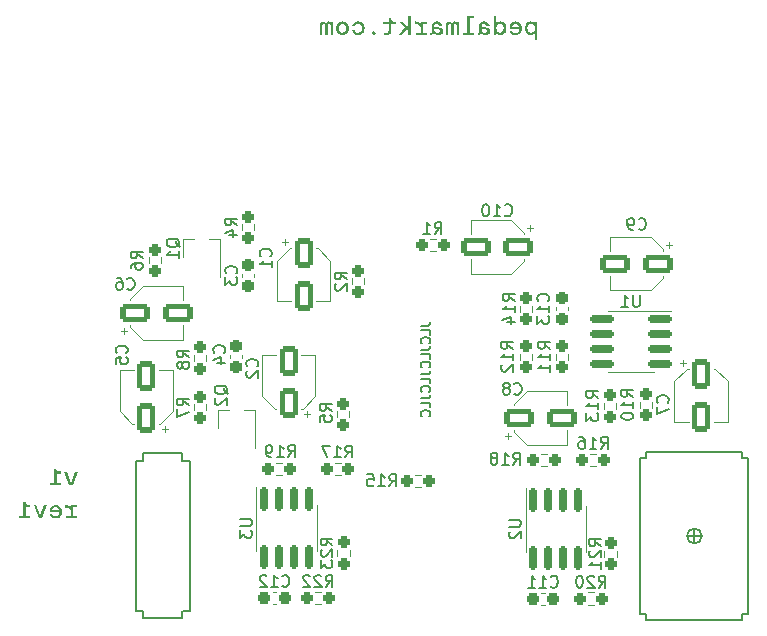
<source format=gbr>
%TF.GenerationSoftware,KiCad,Pcbnew,(6.0.9-0)*%
%TF.CreationDate,2024-05-22T19:49:44+02:00*%
%TF.ProjectId,io-board,696f2d62-6f61-4726-942e-6b696361645f,rev?*%
%TF.SameCoordinates,Original*%
%TF.FileFunction,Legend,Bot*%
%TF.FilePolarity,Positive*%
%FSLAX46Y46*%
G04 Gerber Fmt 4.6, Leading zero omitted, Abs format (unit mm)*
G04 Created by KiCad (PCBNEW (6.0.9-0)) date 2024-05-22 19:49:44*
%MOMM*%
%LPD*%
G01*
G04 APERTURE LIST*
G04 Aperture macros list*
%AMRoundRect*
0 Rectangle with rounded corners*
0 $1 Rounding radius*
0 $2 $3 $4 $5 $6 $7 $8 $9 X,Y pos of 4 corners*
0 Add a 4 corners polygon primitive as box body*
4,1,4,$2,$3,$4,$5,$6,$7,$8,$9,$2,$3,0*
0 Add four circle primitives for the rounded corners*
1,1,$1+$1,$2,$3*
1,1,$1+$1,$4,$5*
1,1,$1+$1,$6,$7*
1,1,$1+$1,$8,$9*
0 Add four rect primitives between the rounded corners*
20,1,$1+$1,$2,$3,$4,$5,0*
20,1,$1+$1,$4,$5,$6,$7,0*
20,1,$1+$1,$6,$7,$8,$9,0*
20,1,$1+$1,$8,$9,$2,$3,0*%
G04 Aperture macros list end*
%ADD10C,0.150000*%
%ADD11C,0.152400*%
%ADD12C,0.127000*%
%ADD13C,0.120000*%
%ADD14R,3.416000X3.416000*%
%ADD15O,3.416000X3.416000*%
%ADD16C,3.200000*%
%ADD17C,0.800000*%
%ADD18C,6.400000*%
%ADD19O,1.200000X2.200000*%
%ADD20O,2.200000X1.200000*%
%ADD21R,1.700000X1.700000*%
%ADD22O,1.700000X1.700000*%
%ADD23R,4.600000X2.000000*%
%ADD24O,4.200000X2.000000*%
%ADD25O,2.000000X4.200000*%
%ADD26O,2.700000X5.400000*%
%ADD27R,1.800000X1.800000*%
%ADD28C,1.800000*%
%ADD29R,0.800000X1.900000*%
%ADD30RoundRect,0.237500X0.250000X0.237500X-0.250000X0.237500X-0.250000X-0.237500X0.250000X-0.237500X0*%
%ADD31RoundRect,0.237500X0.237500X-0.250000X0.237500X0.250000X-0.237500X0.250000X-0.237500X-0.250000X0*%
%ADD32RoundRect,0.150000X0.825000X0.150000X-0.825000X0.150000X-0.825000X-0.150000X0.825000X-0.150000X0*%
%ADD33RoundRect,0.237500X-0.237500X0.250000X-0.237500X-0.250000X0.237500X-0.250000X0.237500X0.250000X0*%
%ADD34RoundRect,0.250000X0.550000X-1.050000X0.550000X1.050000X-0.550000X1.050000X-0.550000X-1.050000X0*%
%ADD35RoundRect,0.237500X-0.250000X-0.237500X0.250000X-0.237500X0.250000X0.237500X-0.250000X0.237500X0*%
%ADD36RoundRect,0.237500X-0.237500X0.300000X-0.237500X-0.300000X0.237500X-0.300000X0.237500X0.300000X0*%
%ADD37RoundRect,0.250000X-0.550000X1.050000X-0.550000X-1.050000X0.550000X-1.050000X0.550000X1.050000X0*%
%ADD38RoundRect,0.237500X-0.300000X-0.237500X0.300000X-0.237500X0.300000X0.237500X-0.300000X0.237500X0*%
%ADD39RoundRect,0.150000X-0.150000X0.825000X-0.150000X-0.825000X0.150000X-0.825000X0.150000X0.825000X0*%
%ADD40RoundRect,0.250000X-1.050000X-0.550000X1.050000X-0.550000X1.050000X0.550000X-1.050000X0.550000X0*%
%ADD41RoundRect,0.250000X1.050000X0.550000X-1.050000X0.550000X-1.050000X-0.550000X1.050000X-0.550000X0*%
%ADD42RoundRect,0.237500X0.237500X-0.300000X0.237500X0.300000X-0.237500X0.300000X-0.237500X-0.300000X0*%
G04 APERTURE END LIST*
D10*
X96843904Y-86982761D02*
X97415333Y-86982761D01*
X97529619Y-86944666D01*
X97605809Y-86868476D01*
X97643904Y-86754190D01*
X97643904Y-86678000D01*
X97643904Y-87744666D02*
X97643904Y-87363714D01*
X96843904Y-87363714D01*
X97567714Y-88468476D02*
X97605809Y-88430380D01*
X97643904Y-88316095D01*
X97643904Y-88239904D01*
X97605809Y-88125619D01*
X97529619Y-88049428D01*
X97453428Y-88011333D01*
X97301047Y-87973238D01*
X97186761Y-87973238D01*
X97034380Y-88011333D01*
X96958190Y-88049428D01*
X96882000Y-88125619D01*
X96843904Y-88239904D01*
X96843904Y-88316095D01*
X96882000Y-88430380D01*
X96920095Y-88468476D01*
X96843904Y-89039904D02*
X97415333Y-89039904D01*
X97529619Y-89001809D01*
X97605809Y-88925619D01*
X97643904Y-88811333D01*
X97643904Y-88735142D01*
X97643904Y-89801809D02*
X97643904Y-89420857D01*
X96843904Y-89420857D01*
X97567714Y-90525619D02*
X97605809Y-90487523D01*
X97643904Y-90373238D01*
X97643904Y-90297047D01*
X97605809Y-90182761D01*
X97529619Y-90106571D01*
X97453428Y-90068476D01*
X97301047Y-90030380D01*
X97186761Y-90030380D01*
X97034380Y-90068476D01*
X96958190Y-90106571D01*
X96882000Y-90182761D01*
X96843904Y-90297047D01*
X96843904Y-90373238D01*
X96882000Y-90487523D01*
X96920095Y-90525619D01*
X96843904Y-91097047D02*
X97415333Y-91097047D01*
X97529619Y-91058952D01*
X97605809Y-90982761D01*
X97643904Y-90868476D01*
X97643904Y-90792285D01*
X97643904Y-91858952D02*
X97643904Y-91478000D01*
X96843904Y-91478000D01*
X97567714Y-92582761D02*
X97605809Y-92544666D01*
X97643904Y-92430380D01*
X97643904Y-92354190D01*
X97605809Y-92239904D01*
X97529619Y-92163714D01*
X97453428Y-92125619D01*
X97301047Y-92087523D01*
X97186761Y-92087523D01*
X97034380Y-92125619D01*
X96958190Y-92163714D01*
X96882000Y-92239904D01*
X96843904Y-92354190D01*
X96843904Y-92430380D01*
X96882000Y-92544666D01*
X96920095Y-92582761D01*
X96843904Y-93154190D02*
X97415333Y-93154190D01*
X97529619Y-93116095D01*
X97605809Y-93039904D01*
X97643904Y-92925619D01*
X97643904Y-92849428D01*
X97643904Y-93916095D02*
X97643904Y-93535142D01*
X96843904Y-93535142D01*
X97567714Y-94639904D02*
X97605809Y-94601809D01*
X97643904Y-94487523D01*
X97643904Y-94411333D01*
X97605809Y-94297047D01*
X97529619Y-94220857D01*
X97453428Y-94182761D01*
X97301047Y-94144666D01*
X97186761Y-94144666D01*
X97034380Y-94182761D01*
X96958190Y-94220857D01*
X96882000Y-94297047D01*
X96843904Y-94411333D01*
X96843904Y-94487523D01*
X96882000Y-94601809D01*
X96920095Y-94639904D01*
%TO.C,Q1*%
X76422619Y-80351761D02*
X76375000Y-80256523D01*
X76279761Y-80161285D01*
X76136904Y-80018428D01*
X76089285Y-79923190D01*
X76089285Y-79827952D01*
X76327380Y-79875571D02*
X76279761Y-79780333D01*
X76184523Y-79685095D01*
X75994047Y-79637476D01*
X75660714Y-79637476D01*
X75470238Y-79685095D01*
X75375000Y-79780333D01*
X75327380Y-79875571D01*
X75327380Y-80066047D01*
X75375000Y-80161285D01*
X75470238Y-80256523D01*
X75660714Y-80304142D01*
X75994047Y-80304142D01*
X76184523Y-80256523D01*
X76279761Y-80161285D01*
X76327380Y-80066047D01*
X76327380Y-79875571D01*
X76327380Y-81256523D02*
X76327380Y-80685095D01*
X76327380Y-80970809D02*
X75327380Y-80970809D01*
X75470238Y-80875571D01*
X75565476Y-80780333D01*
X75613095Y-80685095D01*
%TO.C,R15*%
X94170857Y-100584380D02*
X94504190Y-100108190D01*
X94742285Y-100584380D02*
X94742285Y-99584380D01*
X94361333Y-99584380D01*
X94266095Y-99632000D01*
X94218476Y-99679619D01*
X94170857Y-99774857D01*
X94170857Y-99917714D01*
X94218476Y-100012952D01*
X94266095Y-100060571D01*
X94361333Y-100108190D01*
X94742285Y-100108190D01*
X93218476Y-100584380D02*
X93789904Y-100584380D01*
X93504190Y-100584380D02*
X93504190Y-99584380D01*
X93599428Y-99727238D01*
X93694666Y-99822476D01*
X93789904Y-99870095D01*
X92313714Y-99584380D02*
X92789904Y-99584380D01*
X92837523Y-100060571D01*
X92789904Y-100012952D01*
X92694666Y-99965333D01*
X92456571Y-99965333D01*
X92361333Y-100012952D01*
X92313714Y-100060571D01*
X92266095Y-100155809D01*
X92266095Y-100393904D01*
X92313714Y-100489142D01*
X92361333Y-100536761D01*
X92456571Y-100584380D01*
X92694666Y-100584380D01*
X92789904Y-100536761D01*
X92837523Y-100489142D01*
%TO.C,R6*%
X73279380Y-81296333D02*
X72803190Y-80963000D01*
X73279380Y-80724904D02*
X72279380Y-80724904D01*
X72279380Y-81105857D01*
X72327000Y-81201095D01*
X72374619Y-81248714D01*
X72469857Y-81296333D01*
X72612714Y-81296333D01*
X72707952Y-81248714D01*
X72755571Y-81201095D01*
X72803190Y-81105857D01*
X72803190Y-80724904D01*
X72279380Y-82153476D02*
X72279380Y-81963000D01*
X72327000Y-81867761D01*
X72374619Y-81820142D01*
X72517476Y-81724904D01*
X72707952Y-81677285D01*
X73088904Y-81677285D01*
X73184142Y-81724904D01*
X73231761Y-81772523D01*
X73279380Y-81867761D01*
X73279380Y-82058238D01*
X73231761Y-82153476D01*
X73184142Y-82201095D01*
X73088904Y-82248714D01*
X72850809Y-82248714D01*
X72755571Y-82201095D01*
X72707952Y-82153476D01*
X72660333Y-82058238D01*
X72660333Y-81867761D01*
X72707952Y-81772523D01*
X72755571Y-81724904D01*
X72850809Y-81677285D01*
%TO.C,U1*%
X115371904Y-84396880D02*
X115371904Y-85206404D01*
X115324285Y-85301642D01*
X115276666Y-85349261D01*
X115181428Y-85396880D01*
X114990952Y-85396880D01*
X114895714Y-85349261D01*
X114848095Y-85301642D01*
X114800476Y-85206404D01*
X114800476Y-84396880D01*
X113800476Y-85396880D02*
X114371904Y-85396880D01*
X114086190Y-85396880D02*
X114086190Y-84396880D01*
X114181428Y-84539738D01*
X114276666Y-84634976D01*
X114371904Y-84682595D01*
%TO.C,Q2*%
X80486619Y-92797761D02*
X80439000Y-92702523D01*
X80343761Y-92607285D01*
X80200904Y-92464428D01*
X80153285Y-92369190D01*
X80153285Y-92273952D01*
X80391380Y-92321571D02*
X80343761Y-92226333D01*
X80248523Y-92131095D01*
X80058047Y-92083476D01*
X79724714Y-92083476D01*
X79534238Y-92131095D01*
X79439000Y-92226333D01*
X79391380Y-92321571D01*
X79391380Y-92512047D01*
X79439000Y-92607285D01*
X79534238Y-92702523D01*
X79724714Y-92750142D01*
X80058047Y-92750142D01*
X80248523Y-92702523D01*
X80343761Y-92607285D01*
X80391380Y-92512047D01*
X80391380Y-92321571D01*
X79486619Y-93131095D02*
X79439000Y-93178714D01*
X79391380Y-93273952D01*
X79391380Y-93512047D01*
X79439000Y-93607285D01*
X79486619Y-93654904D01*
X79581857Y-93702523D01*
X79677095Y-93702523D01*
X79819952Y-93654904D01*
X80391380Y-93083476D01*
X80391380Y-93702523D01*
%TO.C,R7*%
X77183380Y-93742333D02*
X76707190Y-93409000D01*
X77183380Y-93170904D02*
X76183380Y-93170904D01*
X76183380Y-93551857D01*
X76231000Y-93647095D01*
X76278619Y-93694714D01*
X76373857Y-93742333D01*
X76516714Y-93742333D01*
X76611952Y-93694714D01*
X76659571Y-93647095D01*
X76707190Y-93551857D01*
X76707190Y-93170904D01*
X76183380Y-94075666D02*
X76183380Y-94742333D01*
X77183380Y-94313761D01*
%TO.C,R16*%
X112077857Y-97409380D02*
X112411190Y-96933190D01*
X112649285Y-97409380D02*
X112649285Y-96409380D01*
X112268333Y-96409380D01*
X112173095Y-96457000D01*
X112125476Y-96504619D01*
X112077857Y-96599857D01*
X112077857Y-96742714D01*
X112125476Y-96837952D01*
X112173095Y-96885571D01*
X112268333Y-96933190D01*
X112649285Y-96933190D01*
X111125476Y-97409380D02*
X111696904Y-97409380D01*
X111411190Y-97409380D02*
X111411190Y-96409380D01*
X111506428Y-96552238D01*
X111601666Y-96647476D01*
X111696904Y-96695095D01*
X110268333Y-96409380D02*
X110458809Y-96409380D01*
X110554047Y-96457000D01*
X110601666Y-96504619D01*
X110696904Y-96647476D01*
X110744523Y-96837952D01*
X110744523Y-97218904D01*
X110696904Y-97314142D01*
X110649285Y-97361761D01*
X110554047Y-97409380D01*
X110363571Y-97409380D01*
X110268333Y-97361761D01*
X110220714Y-97314142D01*
X110173095Y-97218904D01*
X110173095Y-96980809D01*
X110220714Y-96885571D01*
X110268333Y-96837952D01*
X110363571Y-96790333D01*
X110554047Y-96790333D01*
X110649285Y-96837952D01*
X110696904Y-96885571D01*
X110744523Y-96980809D01*
%TO.C,C2*%
X82963142Y-90440333D02*
X83010761Y-90392714D01*
X83058380Y-90249857D01*
X83058380Y-90154619D01*
X83010761Y-90011761D01*
X82915523Y-89916523D01*
X82820285Y-89868904D01*
X82629809Y-89821285D01*
X82486952Y-89821285D01*
X82296476Y-89868904D01*
X82201238Y-89916523D01*
X82106000Y-90011761D01*
X82058380Y-90154619D01*
X82058380Y-90249857D01*
X82106000Y-90392714D01*
X82153619Y-90440333D01*
X82153619Y-90821285D02*
X82106000Y-90868904D01*
X82058380Y-90964142D01*
X82058380Y-91202238D01*
X82106000Y-91297476D01*
X82153619Y-91345095D01*
X82248857Y-91392714D01*
X82344095Y-91392714D01*
X82486952Y-91345095D01*
X83058380Y-90773666D01*
X83058380Y-91392714D01*
%TO.C,R22*%
X88780857Y-109108380D02*
X89114190Y-108632190D01*
X89352285Y-109108380D02*
X89352285Y-108108380D01*
X88971333Y-108108380D01*
X88876095Y-108156000D01*
X88828476Y-108203619D01*
X88780857Y-108298857D01*
X88780857Y-108441714D01*
X88828476Y-108536952D01*
X88876095Y-108584571D01*
X88971333Y-108632190D01*
X89352285Y-108632190D01*
X88399904Y-108203619D02*
X88352285Y-108156000D01*
X88257047Y-108108380D01*
X88018952Y-108108380D01*
X87923714Y-108156000D01*
X87876095Y-108203619D01*
X87828476Y-108298857D01*
X87828476Y-108394095D01*
X87876095Y-108536952D01*
X88447523Y-109108380D01*
X87828476Y-109108380D01*
X87447523Y-108203619D02*
X87399904Y-108156000D01*
X87304666Y-108108380D01*
X87066571Y-108108380D01*
X86971333Y-108156000D01*
X86923714Y-108203619D01*
X86876095Y-108298857D01*
X86876095Y-108394095D01*
X86923714Y-108536952D01*
X87495142Y-109108380D01*
X86876095Y-109108380D01*
%TO.C,C3*%
X81185142Y-82566333D02*
X81232761Y-82518714D01*
X81280380Y-82375857D01*
X81280380Y-82280619D01*
X81232761Y-82137761D01*
X81137523Y-82042523D01*
X81042285Y-81994904D01*
X80851809Y-81947285D01*
X80708952Y-81947285D01*
X80518476Y-81994904D01*
X80423238Y-82042523D01*
X80328000Y-82137761D01*
X80280380Y-82280619D01*
X80280380Y-82375857D01*
X80328000Y-82518714D01*
X80375619Y-82566333D01*
X80280380Y-82899666D02*
X80280380Y-83518714D01*
X80661333Y-83185380D01*
X80661333Y-83328238D01*
X80708952Y-83423476D01*
X80756571Y-83471095D01*
X80851809Y-83518714D01*
X81089904Y-83518714D01*
X81185142Y-83471095D01*
X81232761Y-83423476D01*
X81280380Y-83328238D01*
X81280380Y-83042523D01*
X81232761Y-82947285D01*
X81185142Y-82899666D01*
%TO.C,C5*%
X71914142Y-89297333D02*
X71961761Y-89249714D01*
X72009380Y-89106857D01*
X72009380Y-89011619D01*
X71961761Y-88868761D01*
X71866523Y-88773523D01*
X71771285Y-88725904D01*
X71580809Y-88678285D01*
X71437952Y-88678285D01*
X71247476Y-88725904D01*
X71152238Y-88773523D01*
X71057000Y-88868761D01*
X71009380Y-89011619D01*
X71009380Y-89106857D01*
X71057000Y-89249714D01*
X71104619Y-89297333D01*
X71009380Y-90202095D02*
X71009380Y-89725904D01*
X71485571Y-89678285D01*
X71437952Y-89725904D01*
X71390333Y-89821142D01*
X71390333Y-90059238D01*
X71437952Y-90154476D01*
X71485571Y-90202095D01*
X71580809Y-90249714D01*
X71818904Y-90249714D01*
X71914142Y-90202095D01*
X71961761Y-90154476D01*
X72009380Y-90059238D01*
X72009380Y-89821142D01*
X71961761Y-89725904D01*
X71914142Y-89678285D01*
%TO.C,R12*%
X104648380Y-88971642D02*
X104172190Y-88638309D01*
X104648380Y-88400214D02*
X103648380Y-88400214D01*
X103648380Y-88781166D01*
X103696000Y-88876404D01*
X103743619Y-88924023D01*
X103838857Y-88971642D01*
X103981714Y-88971642D01*
X104076952Y-88924023D01*
X104124571Y-88876404D01*
X104172190Y-88781166D01*
X104172190Y-88400214D01*
X104648380Y-89924023D02*
X104648380Y-89352595D01*
X104648380Y-89638309D02*
X103648380Y-89638309D01*
X103791238Y-89543071D01*
X103886476Y-89447833D01*
X103934095Y-89352595D01*
X103743619Y-90304976D02*
X103696000Y-90352595D01*
X103648380Y-90447833D01*
X103648380Y-90685928D01*
X103696000Y-90781166D01*
X103743619Y-90828785D01*
X103838857Y-90876404D01*
X103934095Y-90876404D01*
X104076952Y-90828785D01*
X104648380Y-90257357D01*
X104648380Y-90876404D01*
%TO.C,C1*%
X84106142Y-81113333D02*
X84153761Y-81065714D01*
X84201380Y-80922857D01*
X84201380Y-80827619D01*
X84153761Y-80684761D01*
X84058523Y-80589523D01*
X83963285Y-80541904D01*
X83772809Y-80494285D01*
X83629952Y-80494285D01*
X83439476Y-80541904D01*
X83344238Y-80589523D01*
X83249000Y-80684761D01*
X83201380Y-80827619D01*
X83201380Y-80922857D01*
X83249000Y-81065714D01*
X83296619Y-81113333D01*
X84201380Y-82065714D02*
X84201380Y-81494285D01*
X84201380Y-81780000D02*
X83201380Y-81780000D01*
X83344238Y-81684761D01*
X83439476Y-81589523D01*
X83487095Y-81494285D01*
%TO.C,R20*%
X111894857Y-109164380D02*
X112228190Y-108688190D01*
X112466285Y-109164380D02*
X112466285Y-108164380D01*
X112085333Y-108164380D01*
X111990095Y-108212000D01*
X111942476Y-108259619D01*
X111894857Y-108354857D01*
X111894857Y-108497714D01*
X111942476Y-108592952D01*
X111990095Y-108640571D01*
X112085333Y-108688190D01*
X112466285Y-108688190D01*
X111513904Y-108259619D02*
X111466285Y-108212000D01*
X111371047Y-108164380D01*
X111132952Y-108164380D01*
X111037714Y-108212000D01*
X110990095Y-108259619D01*
X110942476Y-108354857D01*
X110942476Y-108450095D01*
X110990095Y-108592952D01*
X111561523Y-109164380D01*
X110942476Y-109164380D01*
X110323428Y-108164380D02*
X110228190Y-108164380D01*
X110132952Y-108212000D01*
X110085333Y-108259619D01*
X110037714Y-108354857D01*
X109990095Y-108545333D01*
X109990095Y-108783428D01*
X110037714Y-108973904D01*
X110085333Y-109069142D01*
X110132952Y-109116761D01*
X110228190Y-109164380D01*
X110323428Y-109164380D01*
X110418666Y-109116761D01*
X110466285Y-109069142D01*
X110513904Y-108973904D01*
X110561523Y-108783428D01*
X110561523Y-108545333D01*
X110513904Y-108354857D01*
X110466285Y-108259619D01*
X110418666Y-108212000D01*
X110323428Y-108164380D01*
%TO.C,C11*%
X107830857Y-109069142D02*
X107878476Y-109116761D01*
X108021333Y-109164380D01*
X108116571Y-109164380D01*
X108259428Y-109116761D01*
X108354666Y-109021523D01*
X108402285Y-108926285D01*
X108449904Y-108735809D01*
X108449904Y-108592952D01*
X108402285Y-108402476D01*
X108354666Y-108307238D01*
X108259428Y-108212000D01*
X108116571Y-108164380D01*
X108021333Y-108164380D01*
X107878476Y-108212000D01*
X107830857Y-108259619D01*
X106878476Y-109164380D02*
X107449904Y-109164380D01*
X107164190Y-109164380D02*
X107164190Y-108164380D01*
X107259428Y-108307238D01*
X107354666Y-108402476D01*
X107449904Y-108450095D01*
X105926095Y-109164380D02*
X106497523Y-109164380D01*
X106211809Y-109164380D02*
X106211809Y-108164380D01*
X106307047Y-108307238D01*
X106402285Y-108402476D01*
X106497523Y-108450095D01*
%TO.C,R17*%
X90431857Y-98153380D02*
X90765190Y-97677190D01*
X91003285Y-98153380D02*
X91003285Y-97153380D01*
X90622333Y-97153380D01*
X90527095Y-97201000D01*
X90479476Y-97248619D01*
X90431857Y-97343857D01*
X90431857Y-97486714D01*
X90479476Y-97581952D01*
X90527095Y-97629571D01*
X90622333Y-97677190D01*
X91003285Y-97677190D01*
X89479476Y-98153380D02*
X90050904Y-98153380D01*
X89765190Y-98153380D02*
X89765190Y-97153380D01*
X89860428Y-97296238D01*
X89955666Y-97391476D01*
X90050904Y-97439095D01*
X89146142Y-97153380D02*
X88479476Y-97153380D01*
X88908047Y-98153380D01*
%TO.C,C7*%
X117727142Y-93511833D02*
X117774761Y-93464214D01*
X117822380Y-93321357D01*
X117822380Y-93226119D01*
X117774761Y-93083261D01*
X117679523Y-92988023D01*
X117584285Y-92940404D01*
X117393809Y-92892785D01*
X117250952Y-92892785D01*
X117060476Y-92940404D01*
X116965238Y-92988023D01*
X116870000Y-93083261D01*
X116822380Y-93226119D01*
X116822380Y-93321357D01*
X116870000Y-93464214D01*
X116917619Y-93511833D01*
X116822380Y-93845166D02*
X116822380Y-94511833D01*
X117822380Y-94083261D01*
%TO.C,R11*%
X107790380Y-88971642D02*
X107314190Y-88638309D01*
X107790380Y-88400214D02*
X106790380Y-88400214D01*
X106790380Y-88781166D01*
X106838000Y-88876404D01*
X106885619Y-88924023D01*
X106980857Y-88971642D01*
X107123714Y-88971642D01*
X107218952Y-88924023D01*
X107266571Y-88876404D01*
X107314190Y-88781166D01*
X107314190Y-88400214D01*
X107790380Y-89924023D02*
X107790380Y-89352595D01*
X107790380Y-89638309D02*
X106790380Y-89638309D01*
X106933238Y-89543071D01*
X107028476Y-89447833D01*
X107076095Y-89352595D01*
X107790380Y-90876404D02*
X107790380Y-90304976D01*
X107790380Y-90590690D02*
X106790380Y-90590690D01*
X106933238Y-90495452D01*
X107028476Y-90400214D01*
X107076095Y-90304976D01*
%TO.C,U3*%
X81523380Y-103378095D02*
X82332904Y-103378095D01*
X82428142Y-103425714D01*
X82475761Y-103473333D01*
X82523380Y-103568571D01*
X82523380Y-103759047D01*
X82475761Y-103854285D01*
X82428142Y-103901904D01*
X82332904Y-103949523D01*
X81523380Y-103949523D01*
X81523380Y-104330476D02*
X81523380Y-104949523D01*
X81904333Y-104616190D01*
X81904333Y-104759047D01*
X81951952Y-104854285D01*
X81999571Y-104901904D01*
X82094809Y-104949523D01*
X82332904Y-104949523D01*
X82428142Y-104901904D01*
X82475761Y-104854285D01*
X82523380Y-104759047D01*
X82523380Y-104473333D01*
X82475761Y-104378095D01*
X82428142Y-104330476D01*
%TO.C,R2*%
X90551380Y-83074333D02*
X90075190Y-82741000D01*
X90551380Y-82502904D02*
X89551380Y-82502904D01*
X89551380Y-82883857D01*
X89599000Y-82979095D01*
X89646619Y-83026714D01*
X89741857Y-83074333D01*
X89884714Y-83074333D01*
X89979952Y-83026714D01*
X90027571Y-82979095D01*
X90075190Y-82883857D01*
X90075190Y-82502904D01*
X89646619Y-83455285D02*
X89599000Y-83502904D01*
X89551380Y-83598142D01*
X89551380Y-83836238D01*
X89599000Y-83931476D01*
X89646619Y-83979095D01*
X89741857Y-84026714D01*
X89837095Y-84026714D01*
X89979952Y-83979095D01*
X90551380Y-83407666D01*
X90551380Y-84026714D01*
%TO.C,R19*%
X85605857Y-98115380D02*
X85939190Y-97639190D01*
X86177285Y-98115380D02*
X86177285Y-97115380D01*
X85796333Y-97115380D01*
X85701095Y-97163000D01*
X85653476Y-97210619D01*
X85605857Y-97305857D01*
X85605857Y-97448714D01*
X85653476Y-97543952D01*
X85701095Y-97591571D01*
X85796333Y-97639190D01*
X86177285Y-97639190D01*
X84653476Y-98115380D02*
X85224904Y-98115380D01*
X84939190Y-98115380D02*
X84939190Y-97115380D01*
X85034428Y-97258238D01*
X85129666Y-97353476D01*
X85224904Y-97401095D01*
X84177285Y-98115380D02*
X83986809Y-98115380D01*
X83891571Y-98067761D01*
X83843952Y-98020142D01*
X83748714Y-97877285D01*
X83701095Y-97686809D01*
X83701095Y-97305857D01*
X83748714Y-97210619D01*
X83796333Y-97163000D01*
X83891571Y-97115380D01*
X84082047Y-97115380D01*
X84177285Y-97163000D01*
X84224904Y-97210619D01*
X84272523Y-97305857D01*
X84272523Y-97543952D01*
X84224904Y-97639190D01*
X84177285Y-97686809D01*
X84082047Y-97734428D01*
X83891571Y-97734428D01*
X83796333Y-97686809D01*
X83748714Y-97639190D01*
X83701095Y-97543952D01*
%TO.C,R4*%
X81280380Y-78502333D02*
X80804190Y-78169000D01*
X81280380Y-77930904D02*
X80280380Y-77930904D01*
X80280380Y-78311857D01*
X80328000Y-78407095D01*
X80375619Y-78454714D01*
X80470857Y-78502333D01*
X80613714Y-78502333D01*
X80708952Y-78454714D01*
X80756571Y-78407095D01*
X80804190Y-78311857D01*
X80804190Y-77930904D01*
X80613714Y-79359476D02*
X81280380Y-79359476D01*
X80232761Y-79121380D02*
X80947047Y-78883285D01*
X80947047Y-79502333D01*
%TO.C,C12*%
X85097857Y-109013142D02*
X85145476Y-109060761D01*
X85288333Y-109108380D01*
X85383571Y-109108380D01*
X85526428Y-109060761D01*
X85621666Y-108965523D01*
X85669285Y-108870285D01*
X85716904Y-108679809D01*
X85716904Y-108536952D01*
X85669285Y-108346476D01*
X85621666Y-108251238D01*
X85526428Y-108156000D01*
X85383571Y-108108380D01*
X85288333Y-108108380D01*
X85145476Y-108156000D01*
X85097857Y-108203619D01*
X84145476Y-109108380D02*
X84716904Y-109108380D01*
X84431190Y-109108380D02*
X84431190Y-108108380D01*
X84526428Y-108251238D01*
X84621666Y-108346476D01*
X84716904Y-108394095D01*
X83764523Y-108203619D02*
X83716904Y-108156000D01*
X83621666Y-108108380D01*
X83383571Y-108108380D01*
X83288333Y-108156000D01*
X83240714Y-108203619D01*
X83193095Y-108298857D01*
X83193095Y-108394095D01*
X83240714Y-108536952D01*
X83812142Y-109108380D01*
X83193095Y-109108380D01*
%TO.C,C8*%
X104743666Y-92742142D02*
X104791285Y-92789761D01*
X104934142Y-92837380D01*
X105029380Y-92837380D01*
X105172238Y-92789761D01*
X105267476Y-92694523D01*
X105315095Y-92599285D01*
X105362714Y-92408809D01*
X105362714Y-92265952D01*
X105315095Y-92075476D01*
X105267476Y-91980238D01*
X105172238Y-91885000D01*
X105029380Y-91837380D01*
X104934142Y-91837380D01*
X104791285Y-91885000D01*
X104743666Y-91932619D01*
X104172238Y-92265952D02*
X104267476Y-92218333D01*
X104315095Y-92170714D01*
X104362714Y-92075476D01*
X104362714Y-92027857D01*
X104315095Y-91932619D01*
X104267476Y-91885000D01*
X104172238Y-91837380D01*
X103981761Y-91837380D01*
X103886523Y-91885000D01*
X103838904Y-91932619D01*
X103791285Y-92027857D01*
X103791285Y-92075476D01*
X103838904Y-92170714D01*
X103886523Y-92218333D01*
X103981761Y-92265952D01*
X104172238Y-92265952D01*
X104267476Y-92313571D01*
X104315095Y-92361190D01*
X104362714Y-92456428D01*
X104362714Y-92646904D01*
X104315095Y-92742142D01*
X104267476Y-92789761D01*
X104172238Y-92837380D01*
X103981761Y-92837380D01*
X103886523Y-92789761D01*
X103838904Y-92742142D01*
X103791285Y-92646904D01*
X103791285Y-92456428D01*
X103838904Y-92361190D01*
X103886523Y-92313571D01*
X103981761Y-92265952D01*
%TO.C,C10*%
X103949857Y-77629142D02*
X103997476Y-77676761D01*
X104140333Y-77724380D01*
X104235571Y-77724380D01*
X104378428Y-77676761D01*
X104473666Y-77581523D01*
X104521285Y-77486285D01*
X104568904Y-77295809D01*
X104568904Y-77152952D01*
X104521285Y-76962476D01*
X104473666Y-76867238D01*
X104378428Y-76772000D01*
X104235571Y-76724380D01*
X104140333Y-76724380D01*
X103997476Y-76772000D01*
X103949857Y-76819619D01*
X102997476Y-77724380D02*
X103568904Y-77724380D01*
X103283190Y-77724380D02*
X103283190Y-76724380D01*
X103378428Y-76867238D01*
X103473666Y-76962476D01*
X103568904Y-77010095D01*
X102378428Y-76724380D02*
X102283190Y-76724380D01*
X102187952Y-76772000D01*
X102140333Y-76819619D01*
X102092714Y-76914857D01*
X102045095Y-77105333D01*
X102045095Y-77343428D01*
X102092714Y-77533904D01*
X102140333Y-77629142D01*
X102187952Y-77676761D01*
X102283190Y-77724380D01*
X102378428Y-77724380D01*
X102473666Y-77676761D01*
X102521285Y-77629142D01*
X102568904Y-77533904D01*
X102616523Y-77343428D01*
X102616523Y-77105333D01*
X102568904Y-76914857D01*
X102521285Y-76819619D01*
X102473666Y-76772000D01*
X102378428Y-76724380D01*
%TO.C,C4*%
X80169142Y-89278066D02*
X80216761Y-89230447D01*
X80264380Y-89087590D01*
X80264380Y-88992352D01*
X80216761Y-88849494D01*
X80121523Y-88754256D01*
X80026285Y-88706637D01*
X79835809Y-88659018D01*
X79692952Y-88659018D01*
X79502476Y-88706637D01*
X79407238Y-88754256D01*
X79312000Y-88849494D01*
X79264380Y-88992352D01*
X79264380Y-89087590D01*
X79312000Y-89230447D01*
X79359619Y-89278066D01*
X79597714Y-90135209D02*
X80264380Y-90135209D01*
X79216761Y-89897113D02*
X79931047Y-89659018D01*
X79931047Y-90278066D01*
%TO.C,R8*%
X77216380Y-89678333D02*
X76740190Y-89345000D01*
X77216380Y-89106904D02*
X76216380Y-89106904D01*
X76216380Y-89487857D01*
X76264000Y-89583095D01*
X76311619Y-89630714D01*
X76406857Y-89678333D01*
X76549714Y-89678333D01*
X76644952Y-89630714D01*
X76692571Y-89583095D01*
X76740190Y-89487857D01*
X76740190Y-89106904D01*
X76644952Y-90249761D02*
X76597333Y-90154523D01*
X76549714Y-90106904D01*
X76454476Y-90059285D01*
X76406857Y-90059285D01*
X76311619Y-90106904D01*
X76264000Y-90154523D01*
X76216380Y-90249761D01*
X76216380Y-90440238D01*
X76264000Y-90535476D01*
X76311619Y-90583095D01*
X76406857Y-90630714D01*
X76454476Y-90630714D01*
X76549714Y-90583095D01*
X76597333Y-90535476D01*
X76644952Y-90440238D01*
X76644952Y-90249761D01*
X76692571Y-90154523D01*
X76740190Y-90106904D01*
X76835428Y-90059285D01*
X77025904Y-90059285D01*
X77121142Y-90106904D01*
X77168761Y-90154523D01*
X77216380Y-90249761D01*
X77216380Y-90440238D01*
X77168761Y-90535476D01*
X77121142Y-90583095D01*
X77025904Y-90630714D01*
X76835428Y-90630714D01*
X76740190Y-90583095D01*
X76692571Y-90535476D01*
X76644952Y-90440238D01*
%TO.C,R1*%
X98012666Y-79215380D02*
X98346000Y-78739190D01*
X98584095Y-79215380D02*
X98584095Y-78215380D01*
X98203142Y-78215380D01*
X98107904Y-78263000D01*
X98060285Y-78310619D01*
X98012666Y-78405857D01*
X98012666Y-78548714D01*
X98060285Y-78643952D01*
X98107904Y-78691571D01*
X98203142Y-78739190D01*
X98584095Y-78739190D01*
X97060285Y-79215380D02*
X97631714Y-79215380D01*
X97346000Y-79215380D02*
X97346000Y-78215380D01*
X97441238Y-78358238D01*
X97536476Y-78453476D01*
X97631714Y-78501095D01*
%TO.C,R21*%
X112085380Y-105656142D02*
X111609190Y-105322809D01*
X112085380Y-105084714D02*
X111085380Y-105084714D01*
X111085380Y-105465666D01*
X111133000Y-105560904D01*
X111180619Y-105608523D01*
X111275857Y-105656142D01*
X111418714Y-105656142D01*
X111513952Y-105608523D01*
X111561571Y-105560904D01*
X111609190Y-105465666D01*
X111609190Y-105084714D01*
X111180619Y-106037095D02*
X111133000Y-106084714D01*
X111085380Y-106179952D01*
X111085380Y-106418047D01*
X111133000Y-106513285D01*
X111180619Y-106560904D01*
X111275857Y-106608523D01*
X111371095Y-106608523D01*
X111513952Y-106560904D01*
X112085380Y-105989476D01*
X112085380Y-106608523D01*
X112085380Y-107560904D02*
X112085380Y-106989476D01*
X112085380Y-107275190D02*
X111085380Y-107275190D01*
X111228238Y-107179952D01*
X111323476Y-107084714D01*
X111371095Y-106989476D01*
%TO.C,R23*%
X89352380Y-105590142D02*
X88876190Y-105256809D01*
X89352380Y-105018714D02*
X88352380Y-105018714D01*
X88352380Y-105399666D01*
X88400000Y-105494904D01*
X88447619Y-105542523D01*
X88542857Y-105590142D01*
X88685714Y-105590142D01*
X88780952Y-105542523D01*
X88828571Y-105494904D01*
X88876190Y-105399666D01*
X88876190Y-105018714D01*
X88447619Y-105971095D02*
X88400000Y-106018714D01*
X88352380Y-106113952D01*
X88352380Y-106352047D01*
X88400000Y-106447285D01*
X88447619Y-106494904D01*
X88542857Y-106542523D01*
X88638095Y-106542523D01*
X88780952Y-106494904D01*
X89352380Y-105923476D01*
X89352380Y-106542523D01*
X88352380Y-106875857D02*
X88352380Y-107494904D01*
X88733333Y-107161571D01*
X88733333Y-107304428D01*
X88780952Y-107399666D01*
X88828571Y-107447285D01*
X88923809Y-107494904D01*
X89161904Y-107494904D01*
X89257142Y-107447285D01*
X89304761Y-107399666D01*
X89352380Y-107304428D01*
X89352380Y-107018714D01*
X89304761Y-106923476D01*
X89257142Y-106875857D01*
%TO.C,R5*%
X89281380Y-94206333D02*
X88805190Y-93873000D01*
X89281380Y-93634904D02*
X88281380Y-93634904D01*
X88281380Y-94015857D01*
X88329000Y-94111095D01*
X88376619Y-94158714D01*
X88471857Y-94206333D01*
X88614714Y-94206333D01*
X88709952Y-94158714D01*
X88757571Y-94111095D01*
X88805190Y-94015857D01*
X88805190Y-93634904D01*
X88281380Y-95111095D02*
X88281380Y-94634904D01*
X88757571Y-94587285D01*
X88709952Y-94634904D01*
X88662333Y-94730142D01*
X88662333Y-94968238D01*
X88709952Y-95063476D01*
X88757571Y-95111095D01*
X88852809Y-95158714D01*
X89090904Y-95158714D01*
X89186142Y-95111095D01*
X89233761Y-95063476D01*
X89281380Y-94968238D01*
X89281380Y-94730142D01*
X89233761Y-94634904D01*
X89186142Y-94587285D01*
%TO.C,R13*%
X111854380Y-93139142D02*
X111378190Y-92805809D01*
X111854380Y-92567714D02*
X110854380Y-92567714D01*
X110854380Y-92948666D01*
X110902000Y-93043904D01*
X110949619Y-93091523D01*
X111044857Y-93139142D01*
X111187714Y-93139142D01*
X111282952Y-93091523D01*
X111330571Y-93043904D01*
X111378190Y-92948666D01*
X111378190Y-92567714D01*
X111854380Y-94091523D02*
X111854380Y-93520095D01*
X111854380Y-93805809D02*
X110854380Y-93805809D01*
X110997238Y-93710571D01*
X111092476Y-93615333D01*
X111140095Y-93520095D01*
X110854380Y-94424857D02*
X110854380Y-95043904D01*
X111235333Y-94710571D01*
X111235333Y-94853428D01*
X111282952Y-94948666D01*
X111330571Y-94996285D01*
X111425809Y-95043904D01*
X111663904Y-95043904D01*
X111759142Y-94996285D01*
X111806761Y-94948666D01*
X111854380Y-94853428D01*
X111854380Y-94567714D01*
X111806761Y-94472476D01*
X111759142Y-94424857D01*
%TO.C,R10*%
X114808380Y-93035642D02*
X114332190Y-92702309D01*
X114808380Y-92464214D02*
X113808380Y-92464214D01*
X113808380Y-92845166D01*
X113856000Y-92940404D01*
X113903619Y-92988023D01*
X113998857Y-93035642D01*
X114141714Y-93035642D01*
X114236952Y-92988023D01*
X114284571Y-92940404D01*
X114332190Y-92845166D01*
X114332190Y-92464214D01*
X114808380Y-93988023D02*
X114808380Y-93416595D01*
X114808380Y-93702309D02*
X113808380Y-93702309D01*
X113951238Y-93607071D01*
X114046476Y-93511833D01*
X114094095Y-93416595D01*
X113808380Y-94607071D02*
X113808380Y-94702309D01*
X113856000Y-94797547D01*
X113903619Y-94845166D01*
X113998857Y-94892785D01*
X114189333Y-94940404D01*
X114427428Y-94940404D01*
X114617904Y-94892785D01*
X114713142Y-94845166D01*
X114760761Y-94797547D01*
X114808380Y-94702309D01*
X114808380Y-94607071D01*
X114760761Y-94511833D01*
X114713142Y-94464214D01*
X114617904Y-94416595D01*
X114427428Y-94368976D01*
X114189333Y-94368976D01*
X113998857Y-94416595D01*
X113903619Y-94464214D01*
X113856000Y-94511833D01*
X113808380Y-94607071D01*
%TO.C,R18*%
X104655857Y-98750380D02*
X104989190Y-98274190D01*
X105227285Y-98750380D02*
X105227285Y-97750380D01*
X104846333Y-97750380D01*
X104751095Y-97798000D01*
X104703476Y-97845619D01*
X104655857Y-97940857D01*
X104655857Y-98083714D01*
X104703476Y-98178952D01*
X104751095Y-98226571D01*
X104846333Y-98274190D01*
X105227285Y-98274190D01*
X103703476Y-98750380D02*
X104274904Y-98750380D01*
X103989190Y-98750380D02*
X103989190Y-97750380D01*
X104084428Y-97893238D01*
X104179666Y-97988476D01*
X104274904Y-98036095D01*
X103132047Y-98178952D02*
X103227285Y-98131333D01*
X103274904Y-98083714D01*
X103322523Y-97988476D01*
X103322523Y-97940857D01*
X103274904Y-97845619D01*
X103227285Y-97798000D01*
X103132047Y-97750380D01*
X102941571Y-97750380D01*
X102846333Y-97798000D01*
X102798714Y-97845619D01*
X102751095Y-97940857D01*
X102751095Y-97988476D01*
X102798714Y-98083714D01*
X102846333Y-98131333D01*
X102941571Y-98178952D01*
X103132047Y-98178952D01*
X103227285Y-98226571D01*
X103274904Y-98274190D01*
X103322523Y-98369428D01*
X103322523Y-98559904D01*
X103274904Y-98655142D01*
X103227285Y-98702761D01*
X103132047Y-98750380D01*
X102941571Y-98750380D01*
X102846333Y-98702761D01*
X102798714Y-98655142D01*
X102751095Y-98559904D01*
X102751095Y-98369428D01*
X102798714Y-98274190D01*
X102846333Y-98226571D01*
X102941571Y-98178952D01*
%TO.C,C6*%
X71977666Y-83852142D02*
X72025285Y-83899761D01*
X72168142Y-83947380D01*
X72263380Y-83947380D01*
X72406238Y-83899761D01*
X72501476Y-83804523D01*
X72549095Y-83709285D01*
X72596714Y-83518809D01*
X72596714Y-83375952D01*
X72549095Y-83185476D01*
X72501476Y-83090238D01*
X72406238Y-82995000D01*
X72263380Y-82947380D01*
X72168142Y-82947380D01*
X72025285Y-82995000D01*
X71977666Y-83042619D01*
X71120523Y-82947380D02*
X71311000Y-82947380D01*
X71406238Y-82995000D01*
X71453857Y-83042619D01*
X71549095Y-83185476D01*
X71596714Y-83375952D01*
X71596714Y-83756904D01*
X71549095Y-83852142D01*
X71501476Y-83899761D01*
X71406238Y-83947380D01*
X71215761Y-83947380D01*
X71120523Y-83899761D01*
X71072904Y-83852142D01*
X71025285Y-83756904D01*
X71025285Y-83518809D01*
X71072904Y-83423571D01*
X71120523Y-83375952D01*
X71215761Y-83328333D01*
X71406238Y-83328333D01*
X71501476Y-83375952D01*
X71549095Y-83423571D01*
X71596714Y-83518809D01*
%TO.C,R14*%
X104775380Y-84907642D02*
X104299190Y-84574309D01*
X104775380Y-84336214D02*
X103775380Y-84336214D01*
X103775380Y-84717166D01*
X103823000Y-84812404D01*
X103870619Y-84860023D01*
X103965857Y-84907642D01*
X104108714Y-84907642D01*
X104203952Y-84860023D01*
X104251571Y-84812404D01*
X104299190Y-84717166D01*
X104299190Y-84336214D01*
X104775380Y-85860023D02*
X104775380Y-85288595D01*
X104775380Y-85574309D02*
X103775380Y-85574309D01*
X103918238Y-85479071D01*
X104013476Y-85383833D01*
X104061095Y-85288595D01*
X104108714Y-86717166D02*
X104775380Y-86717166D01*
X103727761Y-86479071D02*
X104442047Y-86240976D01*
X104442047Y-86860023D01*
%TO.C,C13*%
X107601142Y-84907642D02*
X107648761Y-84860023D01*
X107696380Y-84717166D01*
X107696380Y-84621928D01*
X107648761Y-84479071D01*
X107553523Y-84383833D01*
X107458285Y-84336214D01*
X107267809Y-84288595D01*
X107124952Y-84288595D01*
X106934476Y-84336214D01*
X106839238Y-84383833D01*
X106744000Y-84479071D01*
X106696380Y-84621928D01*
X106696380Y-84717166D01*
X106744000Y-84860023D01*
X106791619Y-84907642D01*
X107696380Y-85860023D02*
X107696380Y-85288595D01*
X107696380Y-85574309D02*
X106696380Y-85574309D01*
X106839238Y-85479071D01*
X106934476Y-85383833D01*
X106982095Y-85288595D01*
X106696380Y-86193357D02*
X106696380Y-86812404D01*
X107077333Y-86479071D01*
X107077333Y-86621928D01*
X107124952Y-86717166D01*
X107172571Y-86764785D01*
X107267809Y-86812404D01*
X107505904Y-86812404D01*
X107601142Y-86764785D01*
X107648761Y-86717166D01*
X107696380Y-86621928D01*
X107696380Y-86336214D01*
X107648761Y-86240976D01*
X107601142Y-86193357D01*
%TO.C,U2*%
X104312380Y-103434095D02*
X105121904Y-103434095D01*
X105217142Y-103481714D01*
X105264761Y-103529333D01*
X105312380Y-103624571D01*
X105312380Y-103815047D01*
X105264761Y-103910285D01*
X105217142Y-103957904D01*
X105121904Y-104005523D01*
X104312380Y-104005523D01*
X104407619Y-104434095D02*
X104360000Y-104481714D01*
X104312380Y-104576952D01*
X104312380Y-104815047D01*
X104360000Y-104910285D01*
X104407619Y-104957904D01*
X104502857Y-105005523D01*
X104598095Y-105005523D01*
X104740952Y-104957904D01*
X105312380Y-104386476D01*
X105312380Y-105005523D01*
%TO.C,C9*%
X115284666Y-78795642D02*
X115332285Y-78843261D01*
X115475142Y-78890880D01*
X115570380Y-78890880D01*
X115713238Y-78843261D01*
X115808476Y-78748023D01*
X115856095Y-78652785D01*
X115903714Y-78462309D01*
X115903714Y-78319452D01*
X115856095Y-78128976D01*
X115808476Y-78033738D01*
X115713238Y-77938500D01*
X115570380Y-77890880D01*
X115475142Y-77890880D01*
X115332285Y-77938500D01*
X115284666Y-77986119D01*
X114808476Y-78890880D02*
X114618000Y-78890880D01*
X114522761Y-78843261D01*
X114475142Y-78795642D01*
X114379904Y-78652785D01*
X114332285Y-78462309D01*
X114332285Y-78081357D01*
X114379904Y-77986119D01*
X114427523Y-77938500D01*
X114522761Y-77890880D01*
X114713238Y-77890880D01*
X114808476Y-77938500D01*
X114856095Y-77986119D01*
X114903714Y-78081357D01*
X114903714Y-78319452D01*
X114856095Y-78414690D01*
X114808476Y-78462309D01*
X114713238Y-78509928D01*
X114522761Y-78509928D01*
X114427523Y-78462309D01*
X114379904Y-78414690D01*
X114332285Y-78319452D01*
D11*
%TO.C,SW2*%
X72714000Y-98450000D02*
X72714000Y-111150000D01*
D12*
X75635000Y-104800000D02*
X74365000Y-104800000D01*
D11*
X76651000Y-97815000D02*
X73349000Y-97815000D01*
D12*
X75000000Y-105435000D02*
X75000000Y-104165000D01*
D11*
X77286000Y-111150000D02*
X77286000Y-98450000D01*
X73349000Y-111785000D02*
X76651000Y-111785000D01*
X72714000Y-111150000D02*
X73349000Y-111150000D01*
X73349000Y-98450000D02*
X72714000Y-98450000D01*
X76651000Y-111150000D02*
X77286000Y-111150000D01*
X73349000Y-97815000D02*
X73349000Y-98450000D01*
X76651000Y-111785000D02*
X76651000Y-111150000D01*
X73349000Y-111150000D02*
X73349000Y-111785000D01*
X77286000Y-98450000D02*
X76651000Y-98450000D01*
X76651000Y-98450000D02*
X76651000Y-97815000D01*
D12*
X75635000Y-104800000D02*
G75*
G03*
X75635000Y-104800000I-635000J0D01*
G01*
D11*
%TO.C,SW1*%
X115936000Y-98196000D02*
X115936000Y-97688000D01*
X124064000Y-111404000D02*
X124064000Y-111912000D01*
D12*
X120000000Y-104165000D02*
X120000000Y-105435000D01*
D11*
X124064000Y-111912000D02*
X115936000Y-111912000D01*
X115936000Y-97688000D02*
X124064000Y-97688000D01*
D12*
X119365000Y-104800000D02*
X120635000Y-104800000D01*
D11*
X115936000Y-111404000D02*
X115428000Y-111404000D01*
X124572000Y-111404000D02*
X124064000Y-111404000D01*
X124064000Y-97688000D02*
X124064000Y-98196000D01*
X115428000Y-111404000D02*
X115428000Y-98196000D01*
X115936000Y-111912000D02*
X115936000Y-111404000D01*
X124572000Y-98196000D02*
X124572000Y-111404000D01*
X124064000Y-98196000D02*
X124572000Y-98196000D01*
X115428000Y-98196000D02*
X115936000Y-98196000D01*
D12*
X120635000Y-104800000D02*
G75*
G03*
X120635000Y-104800000I-635000J0D01*
G01*
D13*
%TO.C,Q1*%
X79868000Y-79687000D02*
X78938000Y-79687000D01*
X79868000Y-79687000D02*
X79868000Y-82847000D01*
X76708000Y-79687000D02*
X77638000Y-79687000D01*
X76708000Y-79687000D02*
X76708000Y-81147000D01*
%TO.C,R15*%
X96830724Y-99609500D02*
X96321276Y-99609500D01*
X96830724Y-100654500D02*
X96321276Y-100654500D01*
%TO.C,R6*%
X74873500Y-81717724D02*
X74873500Y-81208276D01*
X73828500Y-81717724D02*
X73828500Y-81208276D01*
%TO.C,U1*%
X114610000Y-85784500D02*
X112660000Y-85784500D01*
X114610000Y-90904500D02*
X116560000Y-90904500D01*
X114610000Y-85784500D02*
X118060000Y-85784500D01*
X114610000Y-90904500D02*
X112660000Y-90904500D01*
%TO.C,Q2*%
X82789000Y-94165000D02*
X82789000Y-97325000D01*
X79629000Y-94165000D02*
X79629000Y-95625000D01*
X82789000Y-94165000D02*
X81859000Y-94165000D01*
X79629000Y-94165000D02*
X80559000Y-94165000D01*
%TO.C,R7*%
X77638500Y-93654276D02*
X77638500Y-94163724D01*
X78683500Y-93654276D02*
X78683500Y-94163724D01*
%TO.C,R16*%
X111689724Y-97831500D02*
X111180276Y-97831500D01*
X111689724Y-98876500D02*
X111180276Y-98876500D01*
%TO.C,C2*%
X86849563Y-94010000D02*
X87914000Y-92945563D01*
X84458437Y-94010000D02*
X83394000Y-92945563D01*
X87214000Y-94750000D02*
X87214000Y-94250000D01*
X83394000Y-89490000D02*
X84594000Y-89490000D01*
X84458437Y-94010000D02*
X84594000Y-94010000D01*
X86849563Y-94010000D02*
X86714000Y-94010000D01*
X83394000Y-92945563D02*
X83394000Y-89490000D01*
X87914000Y-89490000D02*
X86714000Y-89490000D01*
X87914000Y-92945563D02*
X87914000Y-89490000D01*
X87464000Y-94500000D02*
X86964000Y-94500000D01*
%TO.C,R22*%
X87883276Y-109530500D02*
X88392724Y-109530500D01*
X87883276Y-110575500D02*
X88392724Y-110575500D01*
%TO.C,C3*%
X81715000Y-82586733D02*
X81715000Y-82879267D01*
X82735000Y-82586733D02*
X82735000Y-82879267D01*
%TO.C,C5*%
X72393437Y-95280000D02*
X72529000Y-95280000D01*
X74784563Y-95280000D02*
X74649000Y-95280000D01*
X72393437Y-95280000D02*
X71329000Y-94215563D01*
X75149000Y-96020000D02*
X75149000Y-95520000D01*
X75849000Y-90760000D02*
X74649000Y-90760000D01*
X75399000Y-95770000D02*
X74899000Y-95770000D01*
X71329000Y-94215563D02*
X71329000Y-90760000D01*
X75849000Y-94215563D02*
X75849000Y-90760000D01*
X74784563Y-95280000D02*
X75849000Y-94215563D01*
X71329000Y-90760000D02*
X72529000Y-90760000D01*
%TO.C,R12*%
X105197500Y-89869224D02*
X105197500Y-89359776D01*
X106242500Y-89869224D02*
X106242500Y-89359776D01*
%TO.C,C1*%
X84664000Y-84937000D02*
X85864000Y-84937000D01*
X84664000Y-81481437D02*
X84664000Y-84937000D01*
X89184000Y-84937000D02*
X87984000Y-84937000D01*
X85364000Y-79677000D02*
X85364000Y-80177000D01*
X85728437Y-80417000D02*
X85864000Y-80417000D01*
X88119563Y-80417000D02*
X89184000Y-81481437D01*
X85114000Y-79927000D02*
X85614000Y-79927000D01*
X89184000Y-81481437D02*
X89184000Y-84937000D01*
X85728437Y-80417000D02*
X84664000Y-81481437D01*
X88119563Y-80417000D02*
X87984000Y-80417000D01*
%TO.C,R20*%
X110997276Y-109586500D02*
X111506724Y-109586500D01*
X110997276Y-110631500D02*
X111506724Y-110631500D01*
%TO.C,C11*%
X107041733Y-110619000D02*
X107334267Y-110619000D01*
X107041733Y-109599000D02*
X107334267Y-109599000D01*
%TO.C,R17*%
X90043724Y-99653500D02*
X89534276Y-99653500D01*
X90043724Y-98608500D02*
X89534276Y-98608500D01*
%TO.C,C7*%
X119374437Y-90634500D02*
X118310000Y-91698937D01*
X119374437Y-90634500D02*
X119510000Y-90634500D01*
X122830000Y-95154500D02*
X121630000Y-95154500D01*
X118310000Y-91698937D02*
X118310000Y-95154500D01*
X121765563Y-90634500D02*
X122830000Y-91698937D01*
X121765563Y-90634500D02*
X121630000Y-90634500D01*
X118760000Y-90144500D02*
X119260000Y-90144500D01*
X119010000Y-89894500D02*
X119010000Y-90394500D01*
X118310000Y-95154500D02*
X119510000Y-95154500D01*
X122830000Y-91698937D02*
X122830000Y-95154500D01*
%TO.C,R11*%
X108245500Y-89359776D02*
X108245500Y-89869224D01*
X109290500Y-89359776D02*
X109290500Y-89869224D01*
%TO.C,U3*%
X88031000Y-104140000D02*
X88031000Y-102190000D01*
X88031000Y-104140000D02*
X88031000Y-106090000D01*
X82911000Y-104140000D02*
X82911000Y-100690000D01*
X82911000Y-104140000D02*
X82911000Y-106090000D01*
%TO.C,R2*%
X90973500Y-83495724D02*
X90973500Y-82986276D01*
X92018500Y-83495724D02*
X92018500Y-82986276D01*
%TO.C,R19*%
X85090724Y-98608500D02*
X84581276Y-98608500D01*
X85090724Y-99653500D02*
X84581276Y-99653500D01*
%TO.C,R4*%
X82747500Y-78923724D02*
X82747500Y-78414276D01*
X81702500Y-78923724D02*
X81702500Y-78414276D01*
%TO.C,C12*%
X84308733Y-110563000D02*
X84601267Y-110563000D01*
X84308733Y-109543000D02*
X84601267Y-109543000D01*
%TO.C,C8*%
X105794437Y-92538000D02*
X109250000Y-92538000D01*
X103990000Y-96358000D02*
X104490000Y-96358000D01*
X105794437Y-97058000D02*
X109250000Y-97058000D01*
X104240000Y-96608000D02*
X104240000Y-96108000D01*
X104730000Y-95993563D02*
X104730000Y-95858000D01*
X104730000Y-93602437D02*
X105794437Y-92538000D01*
X104730000Y-93602437D02*
X104730000Y-93738000D01*
X104730000Y-95993563D02*
X105794437Y-97058000D01*
X109250000Y-92538000D02*
X109250000Y-93738000D01*
X109250000Y-97058000D02*
X109250000Y-95858000D01*
%TO.C,C10*%
X105567000Y-79124437D02*
X105567000Y-79260000D01*
X104502563Y-78060000D02*
X101047000Y-78060000D01*
X106307000Y-78760000D02*
X105807000Y-78760000D01*
X104502563Y-82580000D02*
X101047000Y-82580000D01*
X105567000Y-79124437D02*
X104502563Y-78060000D01*
X106057000Y-78510000D02*
X106057000Y-79010000D01*
X105567000Y-81515563D02*
X105567000Y-81380000D01*
X101047000Y-78060000D02*
X101047000Y-79260000D01*
X101047000Y-82580000D02*
X101047000Y-81380000D01*
X105567000Y-81515563D02*
X104502563Y-82580000D01*
%TO.C,C4*%
X81719000Y-89737267D02*
X81719000Y-89444733D01*
X80699000Y-89737267D02*
X80699000Y-89444733D01*
%TO.C,R8*%
X78683500Y-89972724D02*
X78683500Y-89463276D01*
X77638500Y-89972724D02*
X77638500Y-89463276D01*
%TO.C,R1*%
X98100724Y-80715500D02*
X97591276Y-80715500D01*
X98100724Y-79670500D02*
X97591276Y-79670500D01*
%TO.C,R21*%
X112380500Y-106044276D02*
X112380500Y-106553724D01*
X113425500Y-106044276D02*
X113425500Y-106553724D01*
%TO.C,R23*%
X89774500Y-105978276D02*
X89774500Y-106487724D01*
X90819500Y-105978276D02*
X90819500Y-106487724D01*
%TO.C,R5*%
X90748500Y-94754724D02*
X90748500Y-94245276D01*
X89703500Y-94754724D02*
X89703500Y-94245276D01*
%TO.C,R13*%
X112309500Y-93527276D02*
X112309500Y-94036724D01*
X113354500Y-93527276D02*
X113354500Y-94036724D01*
%TO.C,R10*%
X115357500Y-93933224D02*
X115357500Y-93423776D01*
X116402500Y-93933224D02*
X116402500Y-93423776D01*
%TO.C,R18*%
X107498724Y-97831500D02*
X106989276Y-97831500D01*
X107498724Y-98876500D02*
X106989276Y-98876500D01*
%TO.C,kibuzzard-65DA328B*%
G36*
X99783063Y-61260488D02*
G01*
X99868074Y-61342165D01*
X99885854Y-61342165D01*
X99905856Y-61255487D01*
X100096991Y-61255487D01*
X100096991Y-62366737D01*
X99885854Y-62366737D01*
X99885854Y-61588862D01*
X99846960Y-61468847D01*
X99750281Y-61426620D01*
X99664715Y-61467736D01*
X99632489Y-61577750D01*
X99632489Y-62366737D01*
X99419129Y-62366737D01*
X99419129Y-61595530D01*
X99380235Y-61472181D01*
X99281334Y-61426620D01*
X99196879Y-61465514D01*
X99165764Y-61566637D01*
X99165764Y-62366737D01*
X98952404Y-62366737D01*
X98952404Y-61531077D01*
X98969628Y-61400783D01*
X99021301Y-61307716D01*
X99101311Y-61251876D01*
X99203546Y-61233262D01*
X99344119Y-61266600D01*
X99436909Y-61366612D01*
X99454689Y-61366612D01*
X99529143Y-61273267D01*
X99665826Y-61233262D01*
X99783063Y-61260488D01*
G37*
G36*
X101350481Y-60986565D02*
G01*
X100988214Y-60986565D01*
X100988214Y-62191160D01*
X101372706Y-62191160D01*
X101372706Y-62366737D01*
X100377026Y-62366737D01*
X100377026Y-62191160D01*
X100761519Y-62191160D01*
X100761519Y-60810987D01*
X101350481Y-60810987D01*
X101350481Y-60986565D01*
G37*
G36*
X94331826Y-61055462D02*
G01*
X94375165Y-61211037D01*
X94525184Y-61255487D01*
X94707429Y-61255487D01*
X94707429Y-61437732D01*
X94354051Y-61437732D01*
X94354051Y-62011137D01*
X94337427Y-62147154D01*
X94287554Y-62252945D01*
X94204433Y-62328510D01*
X94088062Y-62373849D01*
X93938444Y-62388962D01*
X93837320Y-62382851D01*
X93738419Y-62364515D01*
X93738419Y-62182270D01*
X93885104Y-62200050D01*
X94019688Y-62174862D01*
X94100439Y-62099297D01*
X94127356Y-61973355D01*
X94127356Y-61437732D01*
X93676189Y-61437732D01*
X93676189Y-61255487D01*
X94127356Y-61255487D01*
X94127356Y-60953227D01*
X94331826Y-60953227D01*
X94331826Y-61055462D01*
G37*
G36*
X102045630Y-62317842D02*
G01*
X101948334Y-62228942D01*
X101877769Y-62332289D01*
X101741641Y-62366737D01*
X101641629Y-62366737D01*
X101641629Y-62193382D01*
X101668299Y-62193382D01*
X101752754Y-62104482D01*
X101752754Y-61857785D01*
X101979449Y-61857785D01*
X101979449Y-61940017D01*
X102002507Y-62060033D01*
X102071683Y-62144487D01*
X102170862Y-62194494D01*
X102283931Y-62211162D01*
X102420615Y-62173380D01*
X102472844Y-62057810D01*
X102447408Y-61971379D01*
X102371103Y-61913594D01*
X102243926Y-61884455D01*
X101979449Y-61857785D01*
X101752754Y-61857785D01*
X101752754Y-61648870D01*
X101783591Y-61471903D01*
X101876103Y-61341054D01*
X102018065Y-61260210D01*
X102197254Y-61233262D01*
X102377554Y-61259655D01*
X102518405Y-61338831D01*
X102613139Y-61460235D01*
X102655089Y-61613310D01*
X102430616Y-61613310D01*
X102388389Y-61503420D01*
X102312083Y-61437486D01*
X102201699Y-61415507D01*
X102108632Y-61430232D01*
X102038345Y-61474404D01*
X101994173Y-61545246D01*
X101979449Y-61639980D01*
X101979449Y-61693320D01*
X102319491Y-61728880D01*
X102473955Y-61762217D01*
X102595081Y-61831115D01*
X102673424Y-61933906D01*
X102699539Y-62068922D01*
X102673147Y-62207551D01*
X102593970Y-62307841D01*
X102472010Y-62368682D01*
X102317269Y-62388962D01*
X102283931Y-62384975D01*
X102168608Y-62371182D01*
X102045630Y-62317842D01*
G37*
G36*
X89115063Y-61260488D02*
G01*
X89200074Y-61342165D01*
X89217854Y-61342165D01*
X89237856Y-61255487D01*
X89428991Y-61255487D01*
X89428991Y-62366737D01*
X89217854Y-62366737D01*
X89217854Y-61588862D01*
X89178960Y-61468847D01*
X89082281Y-61426620D01*
X88996715Y-61467736D01*
X88964489Y-61577750D01*
X88964489Y-62366737D01*
X88751129Y-62366737D01*
X88751129Y-61595530D01*
X88712235Y-61472181D01*
X88613334Y-61426620D01*
X88528879Y-61465514D01*
X88497764Y-61566637D01*
X88497764Y-62366737D01*
X88284404Y-62366737D01*
X88284404Y-61531077D01*
X88301628Y-61400783D01*
X88353301Y-61307716D01*
X88433311Y-61251876D01*
X88535546Y-61233262D01*
X88676119Y-61266600D01*
X88768909Y-61366612D01*
X88786689Y-61366612D01*
X88861142Y-61273267D01*
X88997826Y-61233262D01*
X89115063Y-61260488D01*
G37*
G36*
X92970545Y-62103371D02*
G01*
X93018329Y-62217830D01*
X92970545Y-62330066D01*
X92856086Y-62377850D01*
X92744961Y-62330066D01*
X92698289Y-62217830D01*
X92744961Y-62103371D01*
X92856086Y-62055587D01*
X92970545Y-62103371D01*
G37*
G36*
X89910780Y-62316361D02*
G01*
X89800149Y-62225609D01*
X89716188Y-62106705D01*
X89665811Y-61967799D01*
X89649019Y-61808890D01*
X89875714Y-61808890D01*
X89896827Y-61962798D01*
X89960169Y-62086702D01*
X90060181Y-62168379D01*
X90191309Y-62195605D01*
X90322436Y-62168379D01*
X90422449Y-62086702D01*
X90485790Y-61962798D01*
X90506904Y-61808890D01*
X90486068Y-61656927D01*
X90423560Y-61534411D01*
X90323825Y-61453568D01*
X90191309Y-61426620D01*
X90061570Y-61453568D01*
X89961280Y-61534411D01*
X89897105Y-61656927D01*
X89875714Y-61808890D01*
X89649019Y-61808890D01*
X89665934Y-61651339D01*
X89716682Y-61513544D01*
X89801260Y-61395505D01*
X89912262Y-61305370D01*
X90042278Y-61251289D01*
X90191309Y-61233262D01*
X90342562Y-61251166D01*
X90473319Y-61304876D01*
X90583580Y-61394394D01*
X90666924Y-61512063D01*
X90716930Y-61650228D01*
X90733599Y-61808890D01*
X90716807Y-61967799D01*
X90666430Y-62106705D01*
X90582469Y-62225609D01*
X90471838Y-62316361D01*
X90341451Y-62370812D01*
X90191309Y-62388962D01*
X90041167Y-62370812D01*
X89910780Y-62316361D01*
G37*
G36*
X103315912Y-62312904D02*
G01*
X103224049Y-62217830D01*
X103208491Y-62217830D01*
X103188489Y-62366737D01*
X103004021Y-62366737D01*
X103004021Y-61808890D01*
X103230716Y-61808890D01*
X103251830Y-61966965D01*
X103315171Y-62090036D01*
X103413517Y-62169213D01*
X103539644Y-62195605D01*
X103666604Y-62168935D01*
X103767450Y-62088925D01*
X103833292Y-61965576D01*
X103855239Y-61808890D01*
X103833292Y-61652759D01*
X103767450Y-61531077D01*
X103666604Y-61452734D01*
X103539644Y-61426620D01*
X103413517Y-61452734D01*
X103315171Y-61531077D01*
X103251830Y-61652759D01*
X103230716Y-61808890D01*
X103004021Y-61808890D01*
X103004021Y-60788762D01*
X103230716Y-60788762D01*
X103230716Y-61384392D01*
X103319863Y-61300431D01*
X103433211Y-61250055D01*
X103570759Y-61233262D01*
X103710282Y-61250672D01*
X103832520Y-61302901D01*
X103937471Y-61389949D01*
X104017728Y-61506136D01*
X104065882Y-61645783D01*
X104081934Y-61808890D01*
X104065882Y-61970021D01*
X104017728Y-62109668D01*
X103937471Y-62227831D01*
X103832520Y-62317349D01*
X103710282Y-62371059D01*
X103570759Y-62388962D01*
X103539644Y-62384715D01*
X103431482Y-62369948D01*
X103315912Y-62312904D01*
G37*
G36*
X96000924Y-62366737D02*
G01*
X95774229Y-62366737D01*
X95774229Y-61984467D01*
X95638656Y-61857785D01*
X95243051Y-62366737D01*
X94989686Y-62366737D01*
X95480859Y-61711100D01*
X94989686Y-61255487D01*
X95265276Y-61255487D01*
X95758671Y-61706655D01*
X95774229Y-61706655D01*
X95774229Y-60788762D01*
X96000924Y-60788762D01*
X96000924Y-62366737D01*
G37*
G36*
X106148859Y-62388962D02*
G01*
X106009335Y-62371553D01*
X105887098Y-62319324D01*
X105782146Y-62232276D01*
X105701889Y-62116089D01*
X105653735Y-61976442D01*
X105637684Y-61813335D01*
X105864379Y-61813335D01*
X105886326Y-61969466D01*
X105952168Y-62091147D01*
X106053013Y-62169491D01*
X106179974Y-62195605D01*
X106306101Y-62169491D01*
X106404446Y-62091147D01*
X106467788Y-61969466D01*
X106488901Y-61813335D01*
X106467788Y-61655260D01*
X106404446Y-61532189D01*
X106306101Y-61453012D01*
X106179974Y-61426620D01*
X106053013Y-61453290D01*
X105952168Y-61533300D01*
X105886326Y-61656649D01*
X105864379Y-61813335D01*
X105637684Y-61813335D01*
X105653735Y-61652204D01*
X105701889Y-61512557D01*
X105782146Y-61394394D01*
X105887098Y-61304876D01*
X106009335Y-61251166D01*
X106148859Y-61233262D01*
X106288135Y-61252277D01*
X106403705Y-61309321D01*
X106495569Y-61404395D01*
X106511126Y-61404395D01*
X106531129Y-61255487D01*
X106715596Y-61255487D01*
X106715596Y-62811237D01*
X106488901Y-62811237D01*
X106488901Y-62237832D01*
X106399754Y-62321794D01*
X106286407Y-62372170D01*
X106179974Y-62385164D01*
X106148859Y-62388962D01*
G37*
G36*
X98045130Y-62317842D02*
G01*
X97947834Y-62228942D01*
X97877269Y-62332289D01*
X97741141Y-62366737D01*
X97641129Y-62366737D01*
X97641129Y-62193382D01*
X97667799Y-62193382D01*
X97752254Y-62104482D01*
X97752254Y-61857785D01*
X97978949Y-61857785D01*
X97978949Y-61940017D01*
X98002007Y-62060033D01*
X98071183Y-62144487D01*
X98170362Y-62194494D01*
X98283431Y-62211162D01*
X98420115Y-62173380D01*
X98472344Y-62057810D01*
X98446908Y-61971379D01*
X98370603Y-61913594D01*
X98243426Y-61884455D01*
X97978949Y-61857785D01*
X97752254Y-61857785D01*
X97752254Y-61648870D01*
X97783091Y-61471903D01*
X97875603Y-61341054D01*
X98017565Y-61260210D01*
X98196754Y-61233262D01*
X98377054Y-61259655D01*
X98517905Y-61338831D01*
X98612639Y-61460235D01*
X98654589Y-61613310D01*
X98430116Y-61613310D01*
X98387889Y-61503420D01*
X98311583Y-61437486D01*
X98201199Y-61415507D01*
X98108132Y-61430232D01*
X98037845Y-61474404D01*
X97993673Y-61545246D01*
X97978949Y-61639980D01*
X97978949Y-61693320D01*
X98318991Y-61728880D01*
X98473455Y-61762217D01*
X98594581Y-61831115D01*
X98672924Y-61933906D01*
X98699039Y-62068922D01*
X98672647Y-62207551D01*
X98593470Y-62307841D01*
X98471510Y-62368682D01*
X98316769Y-62388962D01*
X98283431Y-62384975D01*
X98168108Y-62371182D01*
X98045130Y-62317842D01*
G37*
G36*
X104348634Y-61795555D02*
G01*
X104356856Y-61708877D01*
X104566439Y-61708877D01*
X105168736Y-61708877D01*
X105133732Y-61594697D01*
X105064279Y-61501074D01*
X104968156Y-61438566D01*
X104853141Y-61417730D01*
X104738405Y-61438010D01*
X104647560Y-61498851D01*
X104587830Y-61591918D01*
X104566439Y-61708877D01*
X104356856Y-61708877D01*
X104364562Y-61627633D01*
X104412345Y-61488356D01*
X104491985Y-61377725D01*
X104595825Y-61297468D01*
X104716211Y-61249314D01*
X104853141Y-61233262D01*
X104997357Y-61251166D01*
X105124780Y-61304876D01*
X105235411Y-61394394D01*
X105320607Y-61513544D01*
X105371725Y-61656155D01*
X105388764Y-61822225D01*
X105371725Y-61980393D01*
X105320607Y-62117077D01*
X105235411Y-62232276D01*
X105123545Y-62319324D01*
X104992418Y-62371553D01*
X104842029Y-62388962D01*
X104664229Y-62365348D01*
X104517544Y-62294506D01*
X104410308Y-62181992D01*
X104350856Y-62033362D01*
X104568661Y-62033362D01*
X104622742Y-62128436D01*
X104713865Y-62185480D01*
X104842029Y-62204495D01*
X104970934Y-62181437D01*
X105073169Y-62112261D01*
X105142066Y-62005303D01*
X105170959Y-61868897D01*
X104353079Y-61868897D01*
X104348634Y-61795555D01*
G37*
G36*
X96547103Y-61246042D02*
G01*
X96661006Y-61284380D01*
X96746017Y-61348832D01*
X96814359Y-61439955D01*
X96829916Y-61439955D01*
X96852141Y-61255487D01*
X97367761Y-61255487D01*
X97367761Y-61426620D01*
X97054389Y-61426620D01*
X97054389Y-62195605D01*
X97378874Y-62195605D01*
X97378874Y-62366737D01*
X96407641Y-62366737D01*
X96407641Y-62195605D01*
X96827694Y-62195605D01*
X96827694Y-61811112D01*
X96801302Y-61662205D01*
X96722125Y-61548857D01*
X96597943Y-61477182D01*
X96436534Y-61453290D01*
X96307629Y-61459957D01*
X96307629Y-61233262D01*
X96392084Y-61233262D01*
X96547103Y-61246042D01*
G37*
G36*
X91666802Y-61251536D02*
G01*
X91799411Y-61306358D01*
X91913746Y-61397727D01*
X92001412Y-61517496D01*
X92054011Y-61657513D01*
X92071544Y-61817780D01*
X92054505Y-61973972D01*
X92003387Y-62110656D01*
X91918191Y-62227831D01*
X91805091Y-62317349D01*
X91670259Y-62371059D01*
X91513696Y-62388962D01*
X91383433Y-62377109D01*
X91268233Y-62341549D01*
X91168097Y-62282282D01*
X91056139Y-62157267D01*
X90998076Y-61995580D01*
X91226994Y-61995580D01*
X91265610Y-62078924D01*
X91328117Y-62142265D01*
X91411739Y-62182270D01*
X91513696Y-62195605D01*
X91649547Y-62168935D01*
X91754837Y-62088925D01*
X91822346Y-61967799D01*
X91844849Y-61817780D01*
X91821790Y-61661927D01*
X91752615Y-61536634D01*
X91647324Y-61454123D01*
X91515919Y-61426620D01*
X91412295Y-61441900D01*
X91328117Y-61487739D01*
X91267277Y-61556914D01*
X91233661Y-61642202D01*
X91004744Y-61642202D01*
X91035488Y-61522805D01*
X91092162Y-61422422D01*
X91174765Y-61341054D01*
X91276383Y-61281170D01*
X91390101Y-61245239D01*
X91515919Y-61233262D01*
X91666802Y-61251536D01*
G37*
%TO.C,C6*%
X72218000Y-87103563D02*
X73282437Y-88168000D01*
X76738000Y-88168000D02*
X76738000Y-86968000D01*
X73282437Y-83648000D02*
X76738000Y-83648000D01*
X72218000Y-84712437D02*
X72218000Y-84848000D01*
X71728000Y-87718000D02*
X71728000Y-87218000D01*
X71478000Y-87468000D02*
X71978000Y-87468000D01*
X73282437Y-88168000D02*
X76738000Y-88168000D01*
X72218000Y-87103563D02*
X72218000Y-86968000D01*
X72218000Y-84712437D02*
X73282437Y-83648000D01*
X76738000Y-83648000D02*
X76738000Y-84848000D01*
%TO.C,R14*%
X105197500Y-85805224D02*
X105197500Y-85295776D01*
X106242500Y-85805224D02*
X106242500Y-85295776D01*
%TO.C,C13*%
X109278000Y-85696767D02*
X109278000Y-85404233D01*
X108258000Y-85696767D02*
X108258000Y-85404233D01*
%TO.C,U2*%
X105700000Y-104196000D02*
X105700000Y-106146000D01*
X110820000Y-104196000D02*
X110820000Y-106146000D01*
X105700000Y-104196000D02*
X105700000Y-100746000D01*
X110820000Y-104196000D02*
X110820000Y-102246000D01*
%TO.C,kibuzzard-65DA3308*%
G36*
X66927155Y-102185181D02*
G01*
X67039374Y-102222952D01*
X67123129Y-102286452D01*
X67190461Y-102376228D01*
X67205788Y-102376228D01*
X67227685Y-102194487D01*
X67735685Y-102194487D01*
X67735685Y-102363090D01*
X67426943Y-102363090D01*
X67426943Y-103120711D01*
X67746633Y-103120711D01*
X67746633Y-103289314D01*
X66789754Y-103289314D01*
X66789754Y-103120711D01*
X67203599Y-103120711D01*
X67203599Y-102741900D01*
X67177596Y-102595194D01*
X67099590Y-102483521D01*
X66977243Y-102412905D01*
X66818219Y-102389366D01*
X66691219Y-102395935D01*
X66691219Y-102172590D01*
X66774426Y-102172590D01*
X66927155Y-102185181D01*
G37*
G36*
X65977578Y-99162132D02*
G01*
X65999803Y-99262144D01*
X66066478Y-99322152D01*
X66177603Y-99342154D01*
X66337623Y-99342154D01*
X66337623Y-99526622D01*
X66002025Y-99526622D01*
X66002025Y-100322277D01*
X66375405Y-100322277D01*
X66375405Y-100511189D01*
X65406395Y-100511189D01*
X65406395Y-100322277D01*
X65768663Y-100322277D01*
X65768663Y-99088789D01*
X65977578Y-99088789D01*
X65977578Y-99162132D01*
G37*
G36*
X64597909Y-103057211D02*
G01*
X64613237Y-103057211D01*
X64928547Y-102194487D01*
X65158461Y-102194487D01*
X64742426Y-103289314D01*
X64470909Y-103289314D01*
X64057064Y-102194487D01*
X64284788Y-102194487D01*
X64597909Y-103057211D01*
G37*
G36*
X65416840Y-102726573D02*
G01*
X65424940Y-102641176D01*
X65631426Y-102641176D01*
X66224823Y-102641176D01*
X66190336Y-102528683D01*
X66121909Y-102436444D01*
X66027206Y-102374859D01*
X65913892Y-102354331D01*
X65800851Y-102374312D01*
X65711349Y-102434254D01*
X65652502Y-102525946D01*
X65631426Y-102641176D01*
X65424940Y-102641176D01*
X65432533Y-102561132D01*
X65479610Y-102423914D01*
X65558073Y-102314918D01*
X65660378Y-102235847D01*
X65778985Y-102188404D01*
X65913892Y-102172590D01*
X66055976Y-102190229D01*
X66181516Y-102243146D01*
X66290512Y-102331340D01*
X66374449Y-102448730D01*
X66424811Y-102589233D01*
X66441599Y-102752849D01*
X66424811Y-102908679D01*
X66374449Y-103043343D01*
X66290512Y-103156840D01*
X66180300Y-103242602D01*
X66051110Y-103294058D01*
X65902943Y-103311211D01*
X65727771Y-103287946D01*
X65583254Y-103218150D01*
X65477603Y-103107299D01*
X65419030Y-102960866D01*
X65633616Y-102960866D01*
X65686897Y-103054535D01*
X65776673Y-103110736D01*
X65902943Y-103129469D01*
X66029943Y-103106752D01*
X66130668Y-103038599D01*
X66198547Y-102933222D01*
X66227012Y-102798831D01*
X65421219Y-102798831D01*
X65416840Y-102726573D01*
G37*
G36*
X63378271Y-101960194D02*
G01*
X63400168Y-102058728D01*
X63465857Y-102117849D01*
X63575340Y-102137556D01*
X63732995Y-102137556D01*
X63732995Y-102319297D01*
X63402357Y-102319297D01*
X63402357Y-103103194D01*
X63770219Y-103103194D01*
X63770219Y-103289314D01*
X62815530Y-103289314D01*
X62815530Y-103103194D01*
X63172443Y-103103194D01*
X63172443Y-101887935D01*
X63378271Y-101887935D01*
X63378271Y-101960194D01*
G37*
G36*
X67215510Y-100275604D02*
G01*
X67231068Y-100275604D01*
X67551108Y-99399939D01*
X67784470Y-99399939D01*
X67362195Y-100511189D01*
X67086605Y-100511189D01*
X66666553Y-99399939D01*
X66897693Y-99399939D01*
X67215510Y-100275604D01*
G37*
%TO.C,C9*%
X112858000Y-79480500D02*
X112858000Y-80680500D01*
X117378000Y-80544937D02*
X117378000Y-80680500D01*
X117378000Y-82936063D02*
X117378000Y-82800500D01*
X118118000Y-80180500D02*
X117618000Y-80180500D01*
X116313563Y-79480500D02*
X112858000Y-79480500D01*
X117378000Y-82936063D02*
X116313563Y-84000500D01*
X116313563Y-84000500D02*
X112858000Y-84000500D01*
X117378000Y-80544937D02*
X116313563Y-79480500D01*
X117868000Y-79930500D02*
X117868000Y-80430500D01*
X112858000Y-84000500D02*
X112858000Y-82800500D01*
%TD*%
%LPC*%
D14*
%TO.C,SW2*%
X75000000Y-109499000D03*
D15*
X75000000Y-104800000D03*
X75000000Y-100101000D03*
%TD*%
D14*
%TO.C,SW1*%
X117587000Y-99966000D03*
D15*
X117587000Y-104796000D03*
X117587000Y-109626000D03*
X122417000Y-99966000D03*
X122417000Y-104796000D03*
X122417000Y-109626000D03*
%TD*%
D16*
%TO.C,J6*%
X74500000Y-70400000D03*
X85600000Y-70400000D03*
X85600000Y-64100000D03*
X74500000Y-64100000D03*
X74500000Y-76750000D03*
X85600000Y-76750000D03*
%TD*%
D17*
%TO.C,H3*%
X66400000Y-110000000D03*
X62302944Y-111697056D03*
X65697056Y-111697056D03*
X64000000Y-107600000D03*
X64000000Y-112400000D03*
X65697056Y-108302944D03*
X61600000Y-110000000D03*
X62302944Y-108302944D03*
D18*
X64000000Y-110000000D03*
%TD*%
D16*
%TO.C,J5*%
X109500000Y-70400000D03*
X120600000Y-70400000D03*
X120600000Y-64100000D03*
X109500000Y-64100000D03*
X109500000Y-76750000D03*
X120600000Y-76750000D03*
%TD*%
D17*
%TO.C,H4*%
X129302944Y-108302944D03*
D18*
X131000000Y-110000000D03*
D17*
X132697056Y-108302944D03*
X133400000Y-110000000D03*
X131000000Y-107600000D03*
X131000000Y-112400000D03*
X129302944Y-111697056D03*
X132697056Y-111697056D03*
X128600000Y-110000000D03*
%TD*%
D19*
%TO.C,J7*%
X92500000Y-104500000D03*
X95000000Y-104500000D03*
D20*
X97500000Y-109500000D03*
D19*
X102500000Y-104500000D03*
X100000000Y-104500000D03*
%TD*%
D21*
%TO.C,J8*%
X66350000Y-80701000D03*
D22*
X68890000Y-80701000D03*
X66350000Y-83241000D03*
X68890000Y-83241000D03*
X66350000Y-85781000D03*
X68890000Y-85781000D03*
X66350000Y-88321000D03*
X68890000Y-88321000D03*
X66350000Y-90861000D03*
X68890000Y-90861000D03*
X66350000Y-93401000D03*
X68890000Y-93401000D03*
%TD*%
D23*
%TO.C,J4*%
X97500000Y-70350000D03*
D24*
X97500000Y-64050000D03*
D25*
X92700000Y-67450000D03*
%TD*%
D17*
%TO.C,H1*%
X66400000Y-64000000D03*
X61600000Y-64000000D03*
X64000000Y-66400000D03*
X65697056Y-65697056D03*
D18*
X64000000Y-64000000D03*
D17*
X64000000Y-61600000D03*
X65697056Y-62302944D03*
X62302944Y-62302944D03*
X62302944Y-65697056D03*
%TD*%
D26*
%TO.C,RV1*%
X101900000Y-90600000D03*
X93100000Y-90600000D03*
D27*
X95000000Y-97600000D03*
D28*
X97500000Y-97600000D03*
X100000000Y-97600000D03*
%TD*%
D21*
%TO.C,J3*%
X126030000Y-80701000D03*
D22*
X128570000Y-80701000D03*
X126030000Y-83241000D03*
X128570000Y-83241000D03*
X126030000Y-85781000D03*
X128570000Y-85781000D03*
X126030000Y-88321000D03*
X128570000Y-88321000D03*
X126030000Y-90861000D03*
X128570000Y-90861000D03*
X126030000Y-93401000D03*
X128570000Y-93401000D03*
%TD*%
D17*
%TO.C,H2*%
X131000000Y-66400000D03*
D18*
X131000000Y-64000000D03*
D17*
X132697056Y-65697056D03*
X129302944Y-65697056D03*
X128600000Y-64000000D03*
X133400000Y-64000000D03*
X132697056Y-62302944D03*
X129302944Y-62302944D03*
X131000000Y-61600000D03*
%TD*%
D29*
%TO.C,Q1*%
X79238000Y-81947000D03*
X77338000Y-81947000D03*
X78288000Y-78947000D03*
%TD*%
D30*
%TO.C,R15*%
X97488500Y-100132000D03*
X95663500Y-100132000D03*
%TD*%
D31*
%TO.C,R6*%
X74351000Y-82375500D03*
X74351000Y-80550500D03*
%TD*%
D32*
%TO.C,U1*%
X117085000Y-86439500D03*
X117085000Y-87709500D03*
X117085000Y-88979500D03*
X117085000Y-90249500D03*
X112135000Y-90249500D03*
X112135000Y-88979500D03*
X112135000Y-87709500D03*
X112135000Y-86439500D03*
%TD*%
D29*
%TO.C,Q2*%
X82159000Y-96425000D03*
X80259000Y-96425000D03*
X81209000Y-93425000D03*
%TD*%
D33*
%TO.C,R7*%
X78161000Y-92996500D03*
X78161000Y-94821500D03*
%TD*%
D30*
%TO.C,R16*%
X112347500Y-98354000D03*
X110522500Y-98354000D03*
%TD*%
D34*
%TO.C,C2*%
X85654000Y-93550000D03*
X85654000Y-89950000D03*
%TD*%
D35*
%TO.C,R22*%
X87225500Y-110053000D03*
X89050500Y-110053000D03*
%TD*%
D36*
%TO.C,C3*%
X82225000Y-81870500D03*
X82225000Y-83595500D03*
%TD*%
D34*
%TO.C,C5*%
X73589000Y-94820000D03*
X73589000Y-91220000D03*
%TD*%
D31*
%TO.C,R12*%
X105720000Y-90527000D03*
X105720000Y-88702000D03*
%TD*%
D37*
%TO.C,C1*%
X86924000Y-80877000D03*
X86924000Y-84477000D03*
%TD*%
D35*
%TO.C,R20*%
X110339500Y-110109000D03*
X112164500Y-110109000D03*
%TD*%
D38*
%TO.C,C11*%
X106325500Y-110109000D03*
X108050500Y-110109000D03*
%TD*%
D30*
%TO.C,R17*%
X90701500Y-99131000D03*
X88876500Y-99131000D03*
%TD*%
D37*
%TO.C,C7*%
X120570000Y-91094500D03*
X120570000Y-94694500D03*
%TD*%
D33*
%TO.C,R11*%
X108768000Y-88702000D03*
X108768000Y-90527000D03*
%TD*%
D39*
%TO.C,U3*%
X83566000Y-101665000D03*
X84836000Y-101665000D03*
X86106000Y-101665000D03*
X87376000Y-101665000D03*
X87376000Y-106615000D03*
X86106000Y-106615000D03*
X84836000Y-106615000D03*
X83566000Y-106615000D03*
%TD*%
D31*
%TO.C,R2*%
X91496000Y-84153500D03*
X91496000Y-82328500D03*
%TD*%
D30*
%TO.C,R19*%
X85748500Y-99131000D03*
X83923500Y-99131000D03*
%TD*%
D31*
%TO.C,R4*%
X82225000Y-79581500D03*
X82225000Y-77756500D03*
%TD*%
D38*
%TO.C,C12*%
X83592500Y-110053000D03*
X85317500Y-110053000D03*
%TD*%
D40*
%TO.C,C8*%
X105190000Y-94798000D03*
X108790000Y-94798000D03*
%TD*%
D41*
%TO.C,C10*%
X105107000Y-80320000D03*
X101507000Y-80320000D03*
%TD*%
D42*
%TO.C,C4*%
X81209000Y-90453500D03*
X81209000Y-88728500D03*
%TD*%
D31*
%TO.C,R8*%
X78161000Y-90630500D03*
X78161000Y-88805500D03*
%TD*%
D30*
%TO.C,R1*%
X98758500Y-80193000D03*
X96933500Y-80193000D03*
%TD*%
D33*
%TO.C,R21*%
X112903000Y-105386500D03*
X112903000Y-107211500D03*
%TD*%
%TO.C,R23*%
X90297000Y-105320500D03*
X90297000Y-107145500D03*
%TD*%
D31*
%TO.C,R5*%
X90226000Y-95412500D03*
X90226000Y-93587500D03*
%TD*%
D33*
%TO.C,R13*%
X112832000Y-92869500D03*
X112832000Y-94694500D03*
%TD*%
D31*
%TO.C,R10*%
X115880000Y-94591000D03*
X115880000Y-92766000D03*
%TD*%
D30*
%TO.C,R18*%
X108156500Y-98354000D03*
X106331500Y-98354000D03*
%TD*%
D40*
%TO.C,C6*%
X72678000Y-85908000D03*
X76278000Y-85908000D03*
%TD*%
D31*
%TO.C,R14*%
X105720000Y-86463000D03*
X105720000Y-84638000D03*
%TD*%
D42*
%TO.C,C13*%
X108768000Y-86413000D03*
X108768000Y-84688000D03*
%TD*%
D39*
%TO.C,U2*%
X106355000Y-101721000D03*
X107625000Y-101721000D03*
X108895000Y-101721000D03*
X110165000Y-101721000D03*
X110165000Y-106671000D03*
X108895000Y-106671000D03*
X107625000Y-106671000D03*
X106355000Y-106671000D03*
%TD*%
D41*
%TO.C,C9*%
X116918000Y-81740500D03*
X113318000Y-81740500D03*
%TD*%
M02*

</source>
